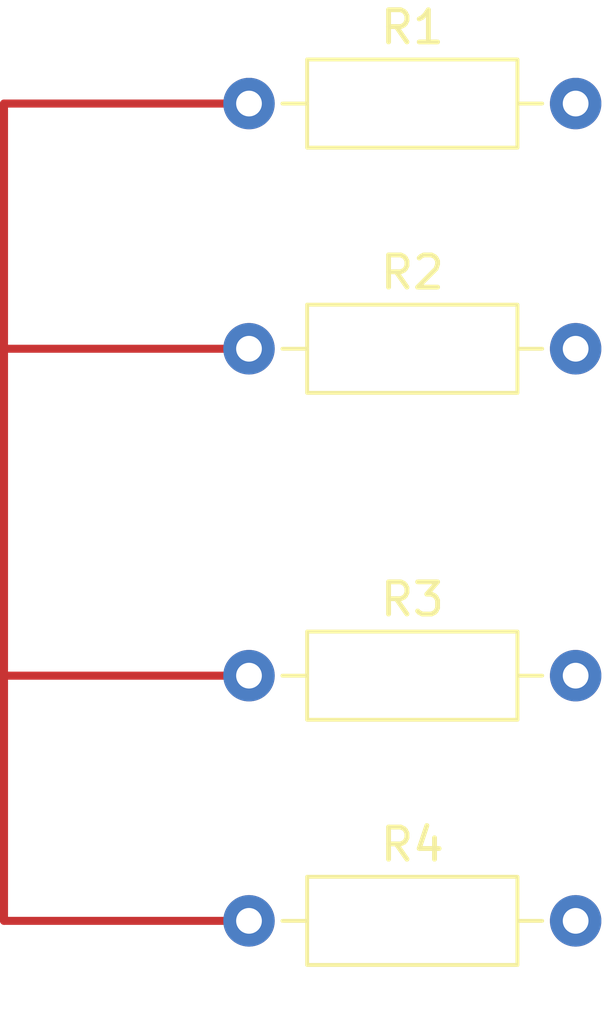
<source format=kicad_pcb>
(kicad_pcb (version 20211014) (generator pcbnew)
  (layers (0 "F.Cu" signal) (31 "B.Cu" signal) (34 "B.Paste" user) (35 "F.Paste" user) (36 "B.SilkS" user "B.Silkscreen") (37 "F.SilkS" user "F.Silkscreen") (38 "B.Mask" user) (39 "F.Mask" user) (44 "Edge.Cuts" user))
  (net 0 "")
  (net 1 "+1V0")
  (net 2 "GND")
  (footprint "Resistor_THT:R_Axial_DIN0207_L6.3mm_D2.5mm_P10.16mm_Horizontal" (layer "F.Cu") (at 88.9 53.34)
    (fp_text reference "R1" (at 5.08 -2.37) (layer "F.SilkS"))
    (fp_text value "R")
    (fp_line (start 1.04 0) (end 1.81 0) (layer "F.SilkS") (width 0.12))
    (fp_line (start 8.35 1.37) (end 8.35 -1.37) (layer "F.SilkS") (width 0.12))
    (fp_line (start 1.81 1.37) (end 8.35 1.37) (layer "F.SilkS") (width 0.12))
    (fp_line (start 8.35 -1.37) (end 1.81 -1.37) (layer "F.SilkS") (width 0.12))
    (fp_line (start 1.81 -1.37) (end 1.81 1.37) (layer "F.SilkS") (width 0.12))
    (fp_line (start 9.12 0) (end 8.35 0) (layer "F.SilkS") (width 0.12))
    (pad "1" thru_hole circle (at 0 0) (size 1.6 1.6) (drill 0.8) (layers *.Cu *.Mask) (net 1 "+1V0"))
    (pad "2" thru_hole oval (at 10.16 0) (size 1.6 1.6) (drill 0.8) (layers *.Cu *.Mask) (net 2 "GND"))
  )
  (footprint "Resistor_THT:R_Axial_DIN0207_L6.3mm_D2.5mm_P10.16mm_Horizontal" (layer "F.Cu") (at 88.9 78.74)
    (fp_text reference "R4" (at 5.08 -2.37) (layer "F.SilkS"))
    (fp_text value "R")
    (fp_line (start 1.81 -1.37) (end 1.81 1.37) (layer "F.SilkS") (width 0.12))
    (fp_line (start 9.12 0) (end 8.35 0) (layer "F.SilkS") (width 0.12))
    (fp_line (start 1.81 1.37) (end 8.35 1.37) (layer "F.SilkS") (width 0.12))
    (fp_line (start 8.35 1.37) (end 8.35 -1.37) (layer "F.SilkS") (width 0.12))
    (fp_line (start 1.04 0) (end 1.81 0) (layer "F.SilkS") (width 0.12))
    (fp_line (start 8.35 -1.37) (end 1.81 -1.37) (layer "F.SilkS") (width 0.12))
    (pad "1" thru_hole circle (at 0 0) (size 1.6 1.6) (drill 0.8) (layers *.Cu *.Mask) (net 1 "+1V0"))
    (pad "2" thru_hole oval (at 10.16 0) (size 1.6 1.6) (drill 0.8) (layers *.Cu *.Mask) (net 2 "GND"))
  )
  (footprint "Resistor_THT:R_Axial_DIN0207_L6.3mm_D2.5mm_P10.16mm_Horizontal" (layer "F.Cu") (at 88.9 60.96)
    (fp_text reference "R2" (at 5.08 -2.37) (layer "F.SilkS"))
    (fp_text value "R")
    (fp_line (start 8.35 -1.37) (end 1.81 -1.37) (layer "F.SilkS") (width 0.12))
    (fp_line (start 1.81 -1.37) (end 1.81 1.37) (layer "F.SilkS") (width 0.12))
    (fp_line (start 9.12 0) (end 8.35 0) (layer "F.SilkS") (width 0.12))
    (fp_line (start 1.04 0) (end 1.81 0) (layer "F.SilkS") (width 0.12))
    (fp_line (start 8.35 1.37) (end 8.35 -1.37) (layer "F.SilkS") (width 0.12))
    (fp_line (start 1.81 1.37) (end 8.35 1.37) (layer "F.SilkS") (width 0.12))
    (pad "1" thru_hole circle (at 0 0) (size 1.6 1.6) (drill 0.8) (layers *.Cu *.Mask) (net 1 "+1V0"))
    (pad "2" thru_hole oval (at 10.16 0) (size 1.6 1.6) (drill 0.8) (layers *.Cu *.Mask) (net 2 "GND"))
  )
  (footprint "Resistor_THT:R_Axial_DIN0207_L6.3mm_D2.5mm_P10.16mm_Horizontal" (layer "F.Cu") (at 88.9 71.12)
    (fp_text reference "R3" (at 5.08 -2.37) (layer "F.SilkS"))
    (fp_text value "R")
    (fp_line (start 1.04 0) (end 1.81 0) (layer "F.SilkS") (width 0.12))
    (fp_line (start 9.12 0) (end 8.35 0) (layer "F.SilkS") (width 0.12))
    (fp_line (start 8.35 1.37) (end 8.35 -1.37) (layer "F.SilkS") (width 0.12))
    (fp_line (start 8.35 -1.37) (end 1.81 -1.37) (layer "F.SilkS") (width 0.12))
    (fp_line (start 1.81 -1.37) (end 1.81 1.37) (layer "F.SilkS") (width 0.12))
    (fp_line (start 1.81 1.37) (end 8.35 1.37) (layer "F.SilkS") (width 0.12))
    (pad "1" thru_hole circle (at 0 0) (size 1.6 1.6) (drill 0.8) (layers *.Cu *.Mask) (net 1 "+1V0"))
    (pad "2" thru_hole oval (at 10.16 0) (size 1.6 1.6) (drill 0.8) (layers *.Cu *.Mask) (net 2 "GND"))
  )
  (segment (start 88.9 53.34) (end 81.28 53.34) (width 0.25) (layer "F.Cu") (net 1))
  (segment (start 81.28 71.12) (end 88.9 71.12) (width 0.25) (layer "F.Cu") (net 1))
  (segment (start 81.28 53.34) (end 81.28 60.96) (width 0.25) (layer "F.Cu") (net 1))
  (segment (start 81.28 60.96) (end 81.28 71.12) (width 0.25) (layer "F.Cu") (net 1))
  (segment (start 81.28 71.12) (end 81.28 78.74) (width 0.25) (layer "F.Cu") (net 1))
  (segment (start 81.28 60.96) (end 88.9 60.96) (width 0.25) (layer "F.Cu") (net 1))
  (segment (start 81.28 78.74) (end 88.9 78.74) (width 0.25) (layer "F.Cu") (net 1))
)
</source>
